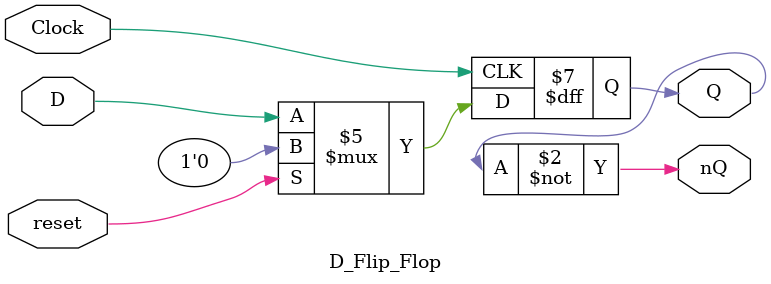
<source format=v>
module D_Flip_Flop(
    input D, 
    input Clock, reset,
    output reg Q,
    output nQ
);
    initial begin
        Q <= 0;
    end

    always @(posedge Clock) begin
        if (reset) begin 
            Q <= 1'b0;
        end
        
        else begin
            Q <= D;
        end
    end
    
    assign nQ = ~Q; 

endmodule
</source>
